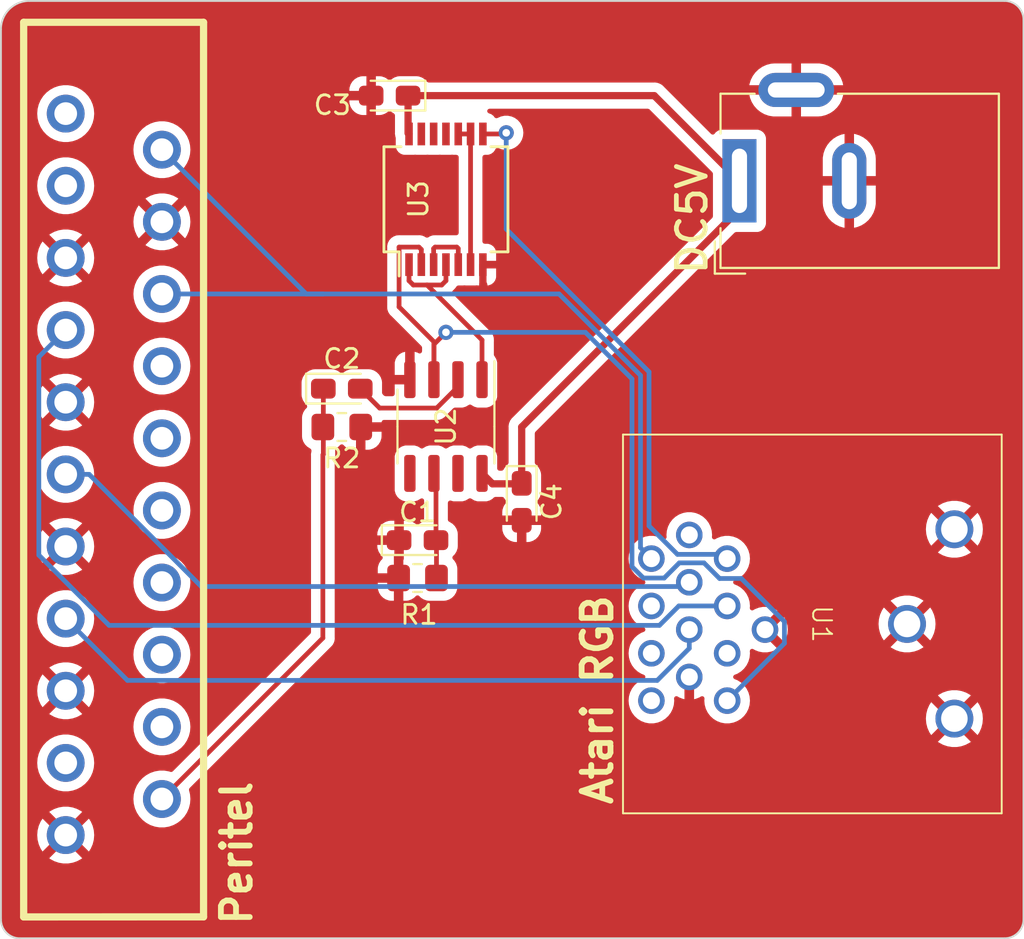
<source format=kicad_pcb>
(kicad_pcb (version 20221018) (generator pcbnew)
  (layers (0 "F.Cu" signal) (31 "B.Cu" signal) (34 "B.Paste" user) (35 "F.Paste" user) (36 "B.SilkS" user "B.Silkscreen") (37 "F.SilkS" user "F.Silkscreen") (38 "B.Mask" user) (39 "F.Mask" user) (44 "Edge.Cuts" user))
  (net 0 "")
  (net 1 "GND")
  (net 2 "Net-(U2-INT)")
  (net 3 "CVBS")
  (net 4 "Net-(U2-VIDEO)")
  (net 6 "AUDIO_L")
  (net 8 "VIDEO_B")
  (net 11 "VIDEO_G")
  (net 14 "VIDEO_R")
  (net 21 "HSYNC")
  (net 23 "VSYNC")
  (net 24 "Net-(U2-CSYNC)")
  (net 26 "+5V")
  (net 27 "Net-(U3-Pad3)")
  (net 28 "Net-(U3-Pad10)")
  (footprint "Package_SO:SSOP-14_5.3x6.2mm_P0.65mm" (layer "F.Cu") (at 141 71.475 90)
    (fp_text reference "U3" (at 0 -1.45 90) (layer "F.SilkS"))
    (fp_text value "74LS00")
    (fp_line (start -2.775 -3.275) (end -2.775 -2.475) (stroke (width 0.15)) (layer "F.SilkS"))
    (fp_line (start -2.775 -3.275) (end 2.775 -3.275) (stroke (width 0.15)) (layer "F.SilkS"))
    (fp_line (start -2.775 -2.475) (end -4.05 -2.475) (stroke (width 0.15)) (layer "F.SilkS"))
    (fp_line (start -2.775 3.275) (end -2.775 2.375) (stroke (width 0.15)) (layer "F.SilkS"))
    (fp_line (start -2.775 3.275) (end 2.775 3.275) (stroke (width 0.15)) (layer "F.SilkS"))
    (fp_line (start 2.775 -3.275) (end 2.775 -2.375) (stroke (width 0.15)) (layer "F.SilkS"))
    (fp_line (start 2.775 3.275) (end 2.775 2.375) (stroke (width 0.15)) (layer "F.SilkS"))
    (pad "1" smd rect (at -3.45 -1.95 90) (size 1.2 0.4) (layers "F.Cu" "F.Paste" "F.Mask") (net 24 "Net-(U2-CSYNC)"))
    (pad "2" smd rect (at -3.45 -1.3 90) (size 1.2 0.4) (layers "F.Cu" "F.Paste" "F.Mask") (net 23 "VSYNC"))
    (pad "3" smd rect (at -3.45 -0.65 90) (size 1.2 0.4) (layers "F.Cu" "F.Paste" "F.Mask") (net 27 "Net-(U3-Pad3)"))
    (pad "4" smd rect (at -3.45 0 90) (size 1.2 0.4) (layers "F.Cu" "F.Paste" "F.Mask") (net 24 "Net-(U2-CSYNC)"))
    (pad "5" smd rect (at -3.45 0.65 90) (size 1.2 0.4) (layers "F.Cu" "F.Paste" "F.Mask") (net 27 "Net-(U3-Pad3)"))
    (pad "6" smd rect (at -3.45 1.3 90) (size 1.2 0.4) (layers "F.Cu" "F.Paste" "F.Mask") (net 28 "Net-(U3-Pad10)"))
    (pad "7" smd rect (at -3.45 1.95 90) (size 1.2 0.4) (layers "F.Cu" "F.Paste" "F.Mask") (net 1 "GND"))
    (pad "8" smd rect (at 3.45 1.95 90) (size 1.2 0.4) (layers "F.Cu" "F.Paste" "F.Mask") (net 21 "HSYNC"))
    (pad "9" smd rect (at 3.45 1.3 90) (size 1.2 0.4) (layers "F.Cu" "F.Paste" "F.Mask") (net 28 "Net-(U3-Pad10)"))
    (pad "10" smd rect (at 3.45 0.65 90) (size 1.2 0.4) (layers "F.Cu" "F.Paste" "F.Mask") (net 28 "Net-(U3-Pad10)"))
    (pad "11" smd rect (at 3.45 0 90) (size 1.2 0.4) (layers "F.Cu" "F.Paste" "F.Mask"))
    (pad "12" smd rect (at 3.45 -0.65 90) (size 1.2 0.4) (layers "F.Cu" "F.Paste" "F.Mask"))
    (pad "13" smd rect (at 3.45 -1.3 90) (size 1.2 0.4) (layers "F.Cu" "F.Paste" "F.Mask"))
    (pad "14" smd rect (at 3.45 -1.95 90) (size 1.2 0.4) (layers "F.Cu" "F.Paste" "F.Mask") (net 26 "+5V"))
  )
  (footprint "Capacitor_Tantalum_SMD:CP_EIA-2012-15_AVX-P_Pad1.30x1.05mm_HandSolder" (layer "F.Cu") (at 138.025 66 180)
    (fp_text reference "C3" (at 3.025 -0.5) (layer "F.SilkS"))
    (fp_text value "0.1µF")
    (fp_line (start -1.885 -0.785) (end -1.885 0.785) (stroke (width 0.12)) (layer "F.SilkS"))
    (fp_line (start -1.885 0.785) (end 1 0.785) (stroke (width 0.12)) (layer "F.SilkS"))
    (fp_line (start 1 -0.785) (end -1.885 -0.785) (stroke (width 0.12)) (layer "F.SilkS"))
    (pad "1" smd roundrect (at -0.975 0 180) (size 1.3 1.05) (layers "F.Cu" "F.Paste" "F.Mask") (roundrect_rratio 0.238095) (net 26 "+5V"))
    (pad "2" smd roundrect (at 0.975 0 180) (size 1.3 1.05) (layers "F.Cu" "F.Paste" "F.Mask") (roundrect_rratio 0.238095) (net 1 "GND"))
  )
  (footprint "Capacitor_Tantalum_SMD:CP_EIA-2012-15_AVX-P_Pad1.30x1.05mm_HandSolder" (layer "F.Cu") (at 135.5 81.475)
    (fp_text reference "C2" (at 0 -1.58) (layer "F.SilkS"))
    (fp_text value "0.1µF")
    (fp_line (start -1.885 -0.785) (end -1.885 0.785) (stroke (width 0.12)) (layer "F.SilkS"))
    (fp_line (start -1.885 0.785) (end 1 0.785) (stroke (width 0.12)) (layer "F.SilkS"))
    (fp_line (start 1 -0.785) (end -1.885 -0.785) (stroke (width 0.12)) (layer "F.SilkS"))
    (pad "1" smd roundrect (at -0.975 0) (size 1.3 1.05) (layers "F.Cu" "F.Paste" "F.Mask") (roundrect_rratio 0.238095) (net 3 "CVBS"))
    (pad "2" smd roundrect (at 0.975 0) (size 1.3 1.05) (layers "F.Cu" "F.Paste" "F.Mask") (roundrect_rratio 0.238095) (net 4 "Net-(U2-VIDEO)"))
  )
  (footprint "Connector_BarrelJack:BarrelJack_Wuerth_6941xx301002" (layer "F.Cu") (at 156.5 70.5 90)
    (fp_text reference "J2" hide)
    (fp_text value "DC5V" (at -2 -2.5 270) (layer "F.SilkS") (effects (font (size 1.524 1.524) (thickness 0.25) bold)))
    (fp_line (start -4.9 -1.3) (end -4.9 0.3) (stroke (width 0.12)) (layer "F.SilkS"))
    (fp_line (start -4.6 -1) (end -2.5 -1) (stroke (width 0.12)) (layer "F.SilkS"))
    (fp_line (start -4.6 13.7) (end -4.6 -1) (stroke (width 0.12)) (layer "F.SilkS"))
    (fp_line (start -3.2 -1.3) (end -4.9 -1.3) (stroke (width 0.12)) (layer "F.SilkS"))
    (fp_line (start 2.5 -1) (end 4.6 -1) (stroke (width 0.12)) (layer "F.SilkS"))
    (fp_line (start 4.6 -1) (end 4.6 0.8) (stroke (width 0.12)) (layer "F.SilkS"))
    (fp_line (start 4.6 5.2) (end 4.6 13.7) (stroke (width 0.12)) (layer "F.SilkS"))
    (fp_line (start 4.6 13.7) (end -4.6 13.7) (stroke (width 0.12)) (layer "F.SilkS"))
    (pad "1" thru_hole rect (at 0 0 90) (size 4.4 1.8) (drill oval 3.4 0.8) (layers "*.Cu" "*.Mask") (net 26 "+5V"))
    (pad "2" thru_hole oval (at 0 5.8 90) (size 4 1.8) (drill oval 3 0.8) (layers "*.Cu" "*.Mask") (net 1 "GND"))
    (pad "3" thru_hole oval (at 4.8 3 180) (size 4 1.8) (drill oval 3 0.8) (layers "*.Cu" "*.Mask") (net 1 "GND"))
  )
  (footprint "Capacitor_Tantalum_SMD:CP_EIA-2012-15_AVX-P_Pad1.30x1.05mm_HandSolder" (layer "F.Cu") (at 145 87.45 -90)
    (fp_text reference "C4" (at 0 -1.58 90) (layer "F.SilkS"))
    (fp_text value "0.1µF")
    (fp_line (start -1.885 -0.785) (end -1.885 0.785) (stroke (width 0.12)) (layer "F.SilkS"))
    (fp_line (start -1.885 0.785) (end 1 0.785) (stroke (width 0.12)) (layer "F.SilkS"))
    (fp_line (start 1 -0.785) (end -1.885 -0.785) (stroke (width 0.12)) (layer "F.SilkS"))
    (pad "1" smd roundrect (at -0.975 0 270) (size 1.3 1.05) (layers "F.Cu" "F.Paste" "F.Mask") (roundrect_rratio 0.238095) (net 26 "+5V"))
    (pad "2" smd roundrect (at 0.975 0 270) (size 1.3 1.05) (layers "F.Cu" "F.Paste" "F.Mask") (roundrect_rratio 0.238095) (net 1 "GND"))
  )
  (footprint "Capacitor_Tantalum_SMD:CP_EIA-2012-15_AVX-P_Pad1.30x1.05mm_HandSolder" (layer "F.Cu") (at 139.5 89.475)
    (fp_text reference "C1" (at 0 -1.475) (layer "F.SilkS"))
    (fp_text value "0.1µ")
    (fp_line (start -1.885 -0.785) (end -1.885 0.785) (stroke (width 0.12)) (layer "F.SilkS"))
    (fp_line (start -1.885 0.785) (end 1 0.785) (stroke (width 0.12)) (layer "F.SilkS"))
    (fp_line (start 1 -0.785) (end -1.885 -0.785) (stroke (width 0.12)) (layer "F.SilkS"))
    (pad "1" smd roundrect (at -0.975 0) (size 1.3 1.05) (layers "F.Cu" "F.Paste" "F.Mask") (roundrect_rratio 0.238095) (net 1 "GND"))
    (pad "2" smd roundrect (at 0.975 0) (size 1.3 1.05) (layers "F.Cu" "F.Paste" "F.Mask") (roundrect_rratio 0.238095) (net 2 "Net-(U2-INT)"))
  )
  (footprint "Resistor_SMD:R_0805_2012Metric_Pad1.20x1.40mm_HandSolder" (layer "F.Cu") (at 135.5 83.5 180)
    (fp_text reference "R2" (at 0 -1.65) (layer "F.SilkS"))
    (fp_text value "75Ω")
    (fp_line (start -0.227064 -0.735) (end 0.227064 -0.735) (stroke (width 0.12)) (layer "F.SilkS"))
    (fp_line (start -0.227064 0.735) (end 0.227064 0.735) (stroke (width 0.12)) (layer "F.SilkS"))
    (pad "1" smd roundrect (at -1 0 180) (size 1.2 1.4) (layers "F.Cu" "F.Paste" "F.Mask") (roundrect_rratio 0.208333) (net 1 "GND"))
    (pad "2" smd roundrect (at 1 0 180) (size 1.2 1.4) (layers "F.Cu" "F.Paste" "F.Mask") (roundrect_rratio 0.208333) (net 3 "CVBS"))
  )
  (footprint "Resistor_SMD:R_0805_2012Metric_Pad1.20x1.40mm_HandSolder" (layer "F.Cu") (at 139.5 91.475)
    (fp_text reference "R1" (at 0.076589 1.938278) (layer "F.SilkS"))
    (fp_text value "680kΩ")
    (fp_line (start -0.227064 -0.735) (end 0.227064 -0.735) (stroke (width 0.12)) (layer "F.SilkS"))
    (fp_line (start -0.227064 0.735) (end 0.227064 0.735) (stroke (width 0.12)) (layer "F.SilkS"))
    (pad "1" smd roundrect (at -1 0) (size 1.2 1.4) (layers "F.Cu" "F.Paste" "F.Mask") (roundrect_rratio 0.208333) (net 1 "GND"))
    (pad "2" smd roundrect (at 1 0) (size 1.2 1.4) (layers "F.Cu" "F.Paste" "F.Mask") (roundrect_rratio 0.208333) (net 2 "Net-(U2-INT)"))
  )
  (footprint "sc1224-scart:SCART" (layer "F.Cu") (at 128.19964 86 90)
    (fp_text reference "J1")
    (fp_text value "Peritel" (at -20 1.75 270) (layer "F.SilkS") (effects (font (size 1.524 1.524) (thickness 0.3048))))
    (fp_line (start -23.372 -9.5) (end 23.872 -9.5) (stroke (width 0.381)) (layer "F.SilkS"))
    (fp_line (start -23.372 0) (end 23.872 0) (stroke (width 0.381)) (layer "F.SilkS"))
    (fp_line (start -23.368 0) (end -23.372 -9.5) (stroke (width 0.381)) (layer "F.SilkS"))
    (fp_line (start 23.872 -9.5) (end 23.872 0) (stroke (width 0.381)) (layer "F.SilkS"))
    (pad "1" thru_hole circle (at 19.05 -7.27964 90) (size 1.99898 1.99898) (drill 1.19888) (layers "*.Cu" "*.Mask"))
    (pad "2" thru_hole circle (at 17.145 -2.19964 90) (size 1.99898 1.99898) (drill 1.19888) (layers "*.Cu" "*.Mask") (net 6 "AUDIO_L"))
    (pad "3" thru_hole circle (at 15.24 -7.27964 90) (size 1.99898 1.99898) (drill 1.19888) (layers "*.Cu" "*.Mask"))
    (pad "4" thru_hole circle (at 13.335 -2.19964 90) (size 1.99898 1.99898) (drill 1.19888) (layers "*.Cu" "*.Mask") (net 1 "GND"))
    (pad "5" thru_hole circle (at 11.43 -7.27964 90) (size 1.99898 1.99898) (drill 1.19888) (layers "*.Cu" "*.Mask") (net 1 "GND"))
    (pad "6" thru_hole circle (at 9.525 -2.19964 90) (size 1.99898 1.99898) (drill 1.19888) (layers "*.Cu" "*.Mask") (net 6 "AUDIO_L"))
    (pad "7" thru_hole circle (at 7.62 -7.27964 90) (size 1.99898 1.99898) (drill 1.19888) (layers "*.Cu" "*.Mask") (net 8 "VIDEO_B"))
    (pad "8" thru_hole circle (at 5.715 -2.19964 90) (size 1.99898 1.99898) (drill 1.19888) (layers "*.Cu" "*.Mask"))
    (pad "9" thru_hole circle (at 3.81 -7.27964 90) (size 1.99898 1.99898) (drill 1.19888) (layers "*.Cu" "*.Mask") (net 1 "GND"))
    (pad "10" thru_hole circle (at 1.905 -2.19964 90) (size 1.99898 1.99898) (drill 1.19888) (layers "*.Cu" "*.Mask"))
    (pad "11" thru_hole circle (at 0 -7.27964 90) (size 1.99898 1.99898) (drill 1.19888) (layers "*.Cu" "*.Mask") (net 11 "VIDEO_G"))
    (pad "12" thru_hole circle (at -1.905 -2.19964 90) (size 1.99898 1.99898) (drill 1.19888) (layers "*.Cu" "*.Mask"))
    (pad "13" thru_hole circle (at -3.81 -7.27964 90) (size 1.99898 1.99898) (drill 1.19888) (layers "*.Cu" "*.Mask") (net 1 "GND"))
    (pad "14" thru_hole circle (at -5.715 -2.19964 90) (size 1.99898 1.99898) (drill 1.19888) (layers "*.Cu" "*.Mask"))
    (pad "15" thru_hole circle (at -7.62 -7.27964 90) (size 1.99898 1.99898) (drill 1.19888) (layers "*.Cu" "*.Mask") (net 14 "VIDEO_R"))
    (pad "16" thru_hole circle (at -9.525 -2.19964 90) (size 1.99898 1.99898) (drill 1.19888) (layers "*.Cu" "*.Mask"))
    (pad "17" thru_hole circle (at -11.43 -7.27964 90) (size 1.99898 1.99898) (drill 1.19888) (layers "*.Cu" "*.Mask") (net 1 "GND"))
    (pad "18" thru_hole circle (at -13.335 -2.19964 90) (size 1.99898 1.99898) (drill 1.19888) (layers "*.Cu" "*.Mask"))
    (pad "19" thru_hole circle (at -15.24 -7.27964 90) (size 1.99898 1.99898) (drill 1.19888) (layers "*.Cu" "*.Mask"))
    (pad "20" thru_hole circle (at -17.145 -2.19964 90) (size 1.99898 1.99898) (drill 1.19888) (layers "*.Cu" "*.Mask") (net 3 "CVBS"))
    (pad "21" thru_hole circle (at -19.05 -7.27964 90) (size 1.99898 1.99898) (drill 1.19888) (layers "*.Cu" "*.Mask") (net 1 "GND"))
  )
  (footprint "Package_SO:SOIC-8_3.9x4.9mm_P1.27mm" (layer "F.Cu") (at 141 83.475 -90)
    (fp_text reference "U2" (at 0 0 90) (layer "F.SilkS"))
    (fp_text value "LM1881")
    (fp_line (start 0 -2.56) (end -3.45 -2.56) (stroke (width 0.12)) (layer "F.SilkS"))
    (fp_line (start 0 -2.56) (end 1.95 -2.56) (stroke (width 0.12)) (layer "F.SilkS"))
    (fp_line (start 0 2.56) (end -1.95 2.56) (stroke (width 0.12)) (layer "F.SilkS"))
    (fp_line (start 0 2.56) (end 1.95 2.56) (stroke (width 0.12)) (layer "F.SilkS"))
    (pad "1" smd roundrect (at -2.475 -1.905 270) (size 1.95 0.6) (layers "F.Cu" "F.Paste" "F.Mask") (net 24 "Net-(U2-CSYNC)"))
    (pad "2" smd roundrect (at -2.475 -0.635 270) (size 1.95 0.6) (layers "F.Cu" "F.Paste" "F.Mask") (net 4 "Net-(U2-VIDEO)"))
    (pad "3" smd roundrect (at -2.475 0.635 270) (size 1.95 0.6) (layers "F.Cu" "F.Paste" "F.Mask") (net 23 "VSYNC"))
    (pad "4" smd roundrect (at -2.475 1.905 270) (size 1.95 0.6) (layers "F.Cu" "F.Paste" "F.Mask") (net 1 "GND"))
    (pad "5" smd roundrect (at 2.475 1.905 270) (size 1.95 0.6) (layers "F.Cu" "F.Paste" "F.Mask"))
    (pad "6" smd roundrect (at 2.475 0.635 270) (size 1.95 0.6) (layers "F.Cu" "F.Paste" "F.Mask") (net 2 "Net-(U2-INT)"))
    (pad "7" smd roundrect (at 2.475 -0.635 270) (size 1.95 0.6) (layers "F.Cu" "F.Paste" "F.Mask"))
    (pad "8" smd roundrect (at 2.475 -1.905 270) (size 1.95 0.6) (layers "F.Cu" "F.Paste" "F.Mask") (net 26 "+5V"))
  )
  (footprint "sc1224-scart:DIN-13" (layer "F.Cu") (at 170.35 93.9 -90)
    (fp_text reference "U1" (at 0 9.5 -90 unlocked) (layer "F.SilkS") (effects (font (thickness 0.1))))
    (fp_text value "Atari RGB" (at 4 21.35 90 unlocked) (layer "F.SilkS") (effects (font (size 1.524 1.524) (thickness 0.3048) bold)))
    (fp_line (start -10 0) (end 10 0) (stroke (width 0.1)) (layer "F.SilkS"))
    (fp_line (start -10 20) (end -10 0) (stroke (width 0.1)) (layer "F.SilkS"))
    (fp_line (start 10 0) (end 10 20) (stroke (width 0.1)) (layer "F.SilkS"))
    (fp_line (start 10 20) (end -10 20) (stroke (width 0.1)) (layer "F.SilkS"))
    (pad "" thru_hole circle (at -5 2.5 270) (size 2 2) (drill 1.4) (layers "*.Cu" "*.Mask") (net 1 "GND"))
    (pad "" thru_hole circle (at 0 5 270) (size 2 2) (drill 1.4) (layers "*.Cu" "*.Mask") (net 1 "GND"))
    (pad "" thru_hole circle (at 5 2.5 270) (size 2 2) (drill 1.4) (layers "*.Cu" "*.Mask") (net 1 "GND"))
    (pad "1" thru_hole circle (at -3.45 18.5 270) (size 1.4 1.4) (drill 0.9) (layers "*.Cu" "*.Mask") (net 6 "AUDIO_L"))
    (pad "2" thru_hole circle (at -0.95 18.5 270) (size 1.4 1.4) (drill 0.9) (layers "*.Cu" "*.Mask"))
    (pad "3" thru_hole circle (at 1.55 18.5 270) (size 1.4 1.4) (drill 0.9) (layers "*.Cu" "*.Mask"))
    (pad "4" thru_hole circle (at 4.05 18.5 270) (size 1.4 1.4) (drill 0.9) (layers "*.Cu" "*.Mask"))
    (pad "5" thru_hole circle (at -4.7 16.5 270) (size 1.4 1.4) (drill 0.9) (layers "*.Cu" "*.Mask"))
    (pad "6" thru_hole circle (at -2.2 16.5 270) (size 1.4 1.4) (drill 0.9) (layers "*.Cu" "*.Mask") (net 11 "VIDEO_G"))
    (pad "7" thru_hole circle (at 0.3 16.5 270) (size 1.4 1.4) (drill 0.9) (layers "*.Cu" "*.Mask") (net 14 "VIDEO_R"))
    (pad "8" thru_hole circle (at 2.8 16.5 270) (size 1.4 1.4) (drill 0.9) (layers "*.Cu" "*.Mask") (net 1 "GND"))
    (pad "9" thru_hole circle (at -3.45 14.5 270) (size 1.4 1.4) (drill 0.9) (layers "*.Cu" "*.Mask") (net 21 "HSYNC"))
    (pad "10" thru_hole circle (at -0.95 14.5 270) (size 1.4 1.4) (drill 0.9) (layers "*.Cu" "*.Mask") (net 8 "VIDEO_B"))
    (pad "11" thru_hole circle (at 1.55 14.5 270) (size 1.4 1.4) (drill 0.9) (layers "*.Cu" "*.Mask"))
    (pad "12" thru_hole circle (at 4.05 14.5 270) (size 1.4 1.4) (drill 0.9) (layers "*.Cu" "*.Mask") (net 23 "VSYNC"))
    (pad "13" thru_hole circle (at 0.3 12.5 270) (size 1.4 1.4) (drill 0.9) (layers "*.Cu" "*.Mask") (net 1 "GND"))
  )
  (gr_line (start 118.5 110.5) (end 170.5 110.5) (stroke (width 0.1)) (layer "Edge.Cuts"))
  (gr_arc (start 117.5 62.5) (mid 117.93934 61.43934) (end 119 61) (stroke (width 0.1)) (layer "Edge.Cuts"))
  (gr_arc (start 170.5 61) (mid 171.207107 61.292893) (end 171.5 62) (stroke (width 0.1)) (layer "Edge.Cuts"))
  (gr_line (start 171.5 100) (end 171.5 109.5) (stroke (width 0.1)) (layer "Edge.Cuts"))
  (gr_line (start 119 61) (end 170.5 61) (stroke (width 0.1)) (layer "Edge.Cuts"))
  (gr_line (start 171.5 62) (end 171.5 100) (stroke (width 0.1)) (layer "Edge.Cuts"))
  (gr_line (start 117.5 62.5) (end 117.5 109.5) (stroke (width 0.1)) (layer "Edge.Cuts"))
  (gr_arc (start 118.5 110.5) (mid 117.792893 110.207107) (end 117.5 109.5) (stroke (width 0.1)) (layer "Edge.Cuts"))
  (gr_arc (start 171.5 109.5) (mid 171.207107 110.207107) (end 170.5 110.5) (stroke (width 0.1)) (layer "Edge.Cuts"))
  (segment (start 143 76) (end 142.95 75.95) (width 0.381) (layer "F.Cu") (net 1))
  (segment (start 142.95 74.925) (end 142.95 75.95) (width 0.381) (layer "F.Cu") (net 1))
  (segment (start 153.85 96.7) (end 153.85 98.35) (width 0.508) (layer "F.Cu") (net 1))
  (segment (start 140.475 86.06) (end 140.365 85.95) (width 0.25) (layer "F.Cu") (net 2))
  (segment (start 140.5 91.475) (end 140.5 89.5) (width 0.25) (layer "F.Cu") (net 2))
  (segment (start 140.5 89.5) (end 140.475 89.475) (width 0.25) (layer "F.Cu") (net 2))
  (segment (start 140.475 89.475) (end 140.475 86.06) (width 0.25) (layer "F.Cu") (net 2))
  (segment (start 134.5 94.645) (end 134.5 84.975) (width 0.25) (layer "F.Cu") (net 3))
  (segment (start 126 103.145) (end 134.5 94.645) (width 0.25) (layer "F.Cu") (net 3))
  (segment (start 134.525 81.475) (end 134.525 84.95) (width 0.25) (layer "F.Cu") (net 3))
  (segment (start 134.525 84.95) (end 134.5 84.975) (width 0.25) (layer "F.Cu") (net 3))
  (segment (start 141.635 81.376751) (end 141.635 81) (width 0.25) (layer "F.Cu") (net 4))
  (segment (start 136.475 81.475) (end 137.5 82.5) (width 0.25) (layer "F.Cu") (net 4))
  (segment (start 140.511751 82.5) (end 141.635 81.376751) (width 0.25) (layer "F.Cu") (net 4))
  (segment (start 137.5 82.5) (end 140.511751 82.5) (width 0.25) (layer "F.Cu") (net 4))
  (segment (start 151.275 89.875) (end 151.85 90.45) (width 0.25) (layer "B.Cu") (net 6))
  (segment (start 146.975 76.475) (end 151.275 80.775) (width 0.25) (layer "B.Cu") (net 6))
  (segment (start 126 68.855) (end 133.62 76.475) (width 0.25) (layer "B.Cu") (net 6))
  (segment (start 126 76.475) (end 134.5 76.475) (width 0.25) (layer "B.Cu") (net 6))
  (segment (start 134.5 76.475) (end 146.975 76.475) (width 0.25) (layer "B.Cu") (net 6))
  (segment (start 133.62 76.475) (end 134.5 76.475) (width 0.25) (layer "B.Cu") (net 6))
  (segment (start 151.275 80.775) (end 151.275 89.875) (width 0.25) (layer "B.Cu") (net 6))
  (segment (start 155.85 92.95) (end 153.299569 92.95) (width 0.25) (layer "B.Cu") (net 8))
  (segment (start 119.5 79.8) (end 120.92 78.38) (width 0.25) (layer "B.Cu") (net 8))
  (segment (start 152.274569 93.975) (end 123.211888 93.975) (width 0.25) (layer "B.Cu") (net 8))
  (segment (start 119.5 90.263112) (end 119.5 79.8) (width 0.25) (layer "B.Cu") (net 8))
  (segment (start 123.211888 93.975) (end 119.5 90.263112) (width 0.25) (layer "B.Cu") (net 8))
  (segment (start 153.299569 92.95) (end 152.274569 93.975) (width 0.25) (layer "B.Cu") (net 8))
  (segment (start 122.158112 86) (end 128.083112 91.925) (width 0.25) (layer "B.Cu") (net 11))
  (segment (start 153.625 91.925) (end 153.85 91.7) (width 0.25) (layer "B.Cu") (net 11))
  (segment (start 128.083112 91.925) (end 153.625 91.925) (width 0.25) (layer "B.Cu") (net 11))
  (segment (start 120.92 86) (end 122.158112 86) (width 0.25) (layer "B.Cu") (net 11))
  (segment (start 152.158571 96.881378) (end 124.181378 96.881378) (width 0.25) (layer "B.Cu") (net 14))
  (segment (start 153.85 95.189949) (end 152.158571 96.881378) (width 0.25) (layer "B.Cu") (net 14))
  (segment (start 124.181378 96.881378) (end 120.92 93.62) (width 0.25) (layer "B.Cu") (net 14))
  (segment (start 153.85 94.2) (end 153.85 95.189949) (width 0.25) (layer "B.Cu") (net 14))
  (segment (start 144 68) (end 144.183175 67.963025) (width 0.25) (layer "F.Cu") (net 21))
  (segment (start 144.183175 67.963025) (end 143.975 68.025) (width 0.25) (layer "F.Cu") (net 21))
  (segment (start 142.95 68.025) (end 143.975 68.025) (width 0.25) (layer "F.Cu") (net 21))
  (via (at 144.183175 67.963025) (size 0.8) (drill 0.4) (layers "F.Cu" "B.Cu") (net 21))
  (segment (start 144.183175 67.963025) (end 144.183175 73.046779) (width 0.25) (layer "B.Cu") (net 21))
  (segment (start 151.725 80.588604) (end 151.725 88.725) (width 0.25) (layer "B.Cu") (net 21))
  (segment (start 153.225 90.225) (end 155.625 90.225) (width 0.25) (layer "B.Cu") (net 21))
  (segment (start 155.625 90.225) (end 155.85 90.45) (width 0.25) (layer "B.Cu") (net 21))
  (segment (start 151.725 88.725) (end 153.225 90.225) (width 0.25) (layer "B.Cu") (net 21))
  (segment (start 144.183175 73.046779) (end 151.725 80.588604) (width 0.25) (layer "B.Cu") (net 21))
  (segment (start 138.525 77.16) (end 138.525 74) (width 0.25) (layer "F.Cu") (net 23))
  (segment (start 140.365 79.135) (end 141 78.5) (width 0.25) (layer "F.Cu") (net 23))
  (segment (start 139.7 74.125) (end 139.7 74.925) (width 0.25) (layer "F.Cu") (net 23))
  (segment (start 138.525 74) (end 139.575 74) (width 0.25) (layer "F.Cu") (net 23))
  (segment (start 140.365 81) (end 140.365 79.135) (width 0.25) (layer "F.Cu") (net 23))
  (segment (start 139.575 74) (end 139.7 74.125) (width 0.25) (layer "F.Cu") (net 23))
  (segment (start 140.365 81) (end 140.365 79) (width 0.25) (layer "F.Cu") (net 23))
  (segment (start 140.365 79) (end 138.525 77.16) (width 0.25) (layer "F.Cu") (net 23))
  (via (at 141 78.5) (size 0.8) (drill 0.4) (layers "F.Cu" "B.Cu") (net 23))
  (segment (start 158.875 93.775431) (end 158.875 94.925) (width 0.25) (layer "B.Cu") (net 23))
  (segment (start 154.625431 90.675) (end 155.450431 91.5) (width 0.25) (layer "B.Cu") (net 23))
  (segment (start 153.325 90.675) (end 154.625431 90.675) (width 0.25) (layer "B.Cu") (net 23))
  (segment (start 148.363604 78.5) (end 150.825 80.961396) (width 0.25) (layer "B.Cu") (net 23))
  (segment (start 155.450431 91.5) (end 156.599569 91.5) (width 0.25) (layer "B.Cu") (net 23))
  (segment (start 156.599569 91.5) (end 158.875 93.775431) (width 0.25) (layer "B.Cu") (net 23))
  (segment (start 151.425431 91.475) (end 152.525 91.475) (width 0.25) (layer "B.Cu") (net 23))
  (segment (start 150.825 90.874569) (end 151.425431 91.475) (width 0.25) (layer "B.Cu") (net 23))
  (segment (start 152.525 91.475) (end 153.325 90.675) (width 0.25) (layer "B.Cu") (net 23))
  (segment (start 141 78.5) (end 148.363604 78.5) (width 0.25) (layer "B.Cu") (net 23))
  (segment (start 150.825 80.961396) (end 150.825 90.874569) (width 0.25) (layer "B.Cu") (net 23))
  (segment (start 158.875 94.925) (end 155.85 97.95) (width 0.25) (layer "B.Cu") (net 23))
  (segment (start 139.275 76) (end 140 76) (width 0.25) (layer "F.Cu") (net 24))
  (segment (start 140 76) (end 142.905 78.905) (width 0.25) (layer "F.Cu") (net 24))
  (segment (start 142.905 78.905) (end 142.905 81) (width 0.25) (layer "F.Cu") (net 24))
  (segment (start 139.05 75.775) (end 139.275 76) (width 0.25) (layer "F.Cu") (net 24))
  (segment (start 139.05 74.925) (end 139.05 75.775) (width 0.25) (layer "F.Cu") (net 24))
  (segment (start 140.775 76) (end 141 75.775) (width 0.25) (layer "F.Cu") (net 24))
  (segment (start 141 75.775) (end 141 74.925) (width 0.25) (layer "F.Cu") (net 24))
  (segment (start 140 76) (end 140.775 76) (width 0.25) (layer "F.Cu") (net 24))
  (segment (start 156.5 70.5) (end 156.5 72) (width 0.381) (layer "F.Cu") (net 26))
  (segment (start 156.5 72) (end 145 83.5) (width 0.381) (layer "F.Cu") (net 26))
  (segment (start 145 83.5) (end 145 86.475) (width 0.381) (layer "F.Cu") (net 26))
  (segment (start 156.5 70.5) (end 152 66) (width 0.381) (layer "F.Cu") (net 26))
  (segment (start 139 67.975) (end 139.05 68.025) (width 0.381) (layer "F.Cu") (net 26))
  (segment (start 152 66) (end 139 66) (width 0.381) (layer "F.Cu") (net 26))
  (segment (start 144.975 86.5) (end 143.455 86.5) (width 0.381) (layer "F.Cu") (net 26))
  (segment (start 145 86.475) (end 144.975 86.5) (width 0.381) (layer "F.Cu") (net 26))
  (segment (start 143.455 86.5) (end 142.905 85.95) (width 0.381) (layer "F.Cu") (net 26))
  (segment (start 139 66) (end 139 67.975) (width 0.381) (layer "F.Cu") (net 26))
  (segment (start 140.35 74.075) (end 140.425 74) (width 0.25) (layer "F.Cu") (net 27))
  (segment (start 141.65 74.075) (end 141.65 74.925) (width 0.25) (layer "F.Cu") (net 27))
  (segment (start 140.35 74.925) (end 140.35 74.075) (width 0.25) (layer "F.Cu") (net 27))
  (segment (start 141.575 74) (end 141.65 74.075) (width 0.25) (layer "F.Cu") (net 27))
  (segment (start 140.425 74) (end 141.575 74) (width 0.25) (layer "F.Cu") (net 27))
  (segment (start 141.65 68.025) (end 142.3 68.025) (width 0.25) (layer "F.Cu") (net 28))
  (segment (start 142.3 74.925) (end 142.3 68.025) (width 0.25) (layer "F.Cu") (net 28))
  (zone (net 1) (net_name "GND") (layer "F.Cu") (connect_pads (clearance 0.5)) (min_thickness 0.25) (fill yes (thermal_gap 0.5) (thermal_bridge_width 0.5))
    (polygon (pts (xy 117.5 61) (xy 171.5 61) (xy 171.5 110.5) (xy 117.5 110.5)))
  )
)
</source>
